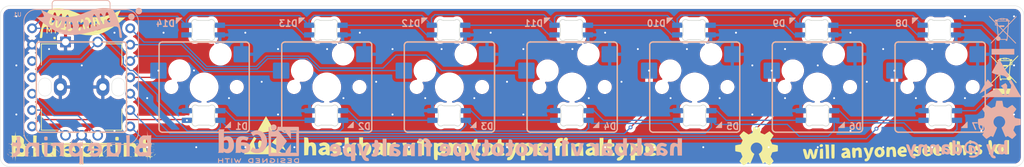
<source format=kicad_pcb>
(kicad_pcb (version 20241229) (generator "pcbnew") (generator_version "9.0")
  (layers (0 "F.Cu" signal) (2 "B.Cu" signal) (13 "F.Paste" user) (15 "B.Paste" user) (5 "F.SilkS" user "F.Silkscreen") (7 "B.SilkS" user "B.Silkscreen") (1 "F.Mask" user) (3 "B.Mask" user) (25 "Edge.Cuts" user))
  (net 0 "")
  (net 1 "+5V")
  (net 2 "Net-(D1-DOUT)")
  (net 3 "GND")
  (net 4 "IO3")
  (net 5 "Net-(D2-DOUT)")
  (net 6 "Net-(D3-DOUT)")
  (net 7 "Net-(D4-DOUT)")
  (net 8 "Net-(D5-DOUT)")
  (net 9 "Net-(D6-DOUT)")
  (net 10 "Net-(D7-DOUT)")
  (net 11 "Net-(D8-DOUT)")
  (net 12 "Net-(D10-DIN)")
  (net 13 "Net-(D10-DOUT)")
  (net 14 "Net-(D11-DOUT)")
  (net 15 "Net-(D12-DOUT)")
  (net 16 "Net-(D13-DOUT)")
  (net 18 "IO2")
  (net 19 "IO1")
  (net 20 "IO4")
  (net 21 "IO0")
  (net 22 "IO7")
  (net 23 "IO6")
  (net 24 "IO29")
  (net 25 "IO28")
  (net 26 "IO27")
  (net 27 "IO26")
  (net 28 "+3V3")
  (footprint "2_udu_lib:SK6812MINI-E_fixed" (layer "F.Cu") (at 146.635832 60.672842 180)
    (property "Reference" "D12")
    (property "Value" "SK6812")
    (fp_line (start 1.7 -0.805684) (end 1.7 0.6) (stroke (width 0.1)) (layer "Edge.Cuts"))
    (fp_line (start 0.794453 1.397158) (end -0.794451 1.397158) (stroke (width 0.1)) (layer "Edge.Cuts"))
    (fp_line (start -0.794451 -1.602841) (end 0.794454 -1.602841) (stroke (width 0.1)) (layer "Edge.Cuts"))
    (fp_line (start -1.699998 0.6) (end -1.699998 -0.805684) (stroke (width 0.1)) (layer "Edge.Cuts"))
    (fp_arc (start 1.749485 0.816878) (mid 1.712528 0.711226) (end 1.7 0.6) (stroke (width 0.1)) (layer "Edge.Cuts"))
    (fp_arc (start 1.749485 0.816877) (mid 1.638073 1.401193) (end 1.046712 1.465457) (stroke (width 0.1)) (layer "Edge.Cuts"))
    (fp_arc (start 1.7 -0.805685) (mid 1.712528 -0.91691) (end 1.749485 -1.022562) (stroke (width 0.1)) (layer "Edge.Cuts"))
    (fp_arc (start 1.046712 -1.67114) (mid 1.638072 -1.606876) (end 1.749485 -1.022562) (stroke (width 0.1)) (layer "Edge.Cuts"))
    (fp_arc (start 1.046712 -1.67114) (mid 0.925124 -1.620218) (end 0.794454 -1.602841) (stroke (width 0.1)) (layer "Edge.Cuts"))
    (fp_arc (start 0.794453 1.397158) (mid 0.925124 1.414535) (end 1.046712 1.465457) (stroke (width 0.1)) (layer "Edge.Cuts"))
    (fp_arc (start -0.794452 -1.602842) (mid -0.925122 -1.620219) (end -1.04671 -1.671141) (stroke (width 0.1)) (layer "Edge.Cuts"))
    (fp_arc (start -1.046709 1.465457) (mid -0.925121 1.414535) (end -0.794451 1.397158) (stroke (width 0.1)) (layer "Edge.Cuts"))
    (fp_arc (start -1.04671 1.465455) (mid -1.638069 1.401192) (end -1.749483 0.816878) (stroke (width 0.1)) (layer "Edge.Cuts"))
    (fp_arc (start -1.699998 0.600001) (mid -1.712526 0.711226) (end -1.749483 0.816878) (stroke (width 0.1)) (layer "Edge.Cuts"))
    (fp_arc (start -1.749483 -1.022562) (mid -1.63807 -1.606877) (end -1.04671 -1.671141) (stroke (width 0.1)) (layer "Edge.Cuts"))
    (fp_arc (start -1.749483 -1.022562) (mid -1.712526 -0.91691) (end -1.699998 -0.805684) (stroke (width 0.1)) (layer "Edge.Cuts"))
  )
  (footprint "2_udu_lib:SK6812MINI-E_fixed" (layer "F.Cu") (at 127.666668 74.147158)
    (property "Reference" "D2")
    (property "Value" "SK6812")
    (fp_line (start -1.699998 0.6) (end -1.699998 -0.805684) (stroke (width 0.1)) (layer "Edge.Cuts"))
    (fp_line (start -0.794451 -1.602841) (end 0.794454 -1.602841) (stroke (width 0.1)) (layer "Edge.Cuts"))
    (fp_line (start 0.794453 1.397158) (end -0.794451 1.397158) (stroke (width 0.1)) (layer "Edge.Cuts"))
    (fp_line (start 1.7 -0.805684) (end 1.7 0.6) (stroke (width 0.1)) (layer "Edge.Cuts"))
    (fp_arc (start -1.749483 -1.022562) (mid -1.712526 -0.91691) (end -1.699998 -0.805684) (stroke (width 0.1)) (layer "Edge.Cuts"))
    (fp_arc (start -1.749483 -1.022562) (mid -1.63807 -1.606877) (end -1.04671 -1.671141) (stroke (width 0.1)) (layer "Edge.Cuts"))
    (fp_arc (start -1.699998 0.600001) (mid -1.712526 0.711226) (end -1.749483 0.816878) (stroke (width 0.1)) (layer "Edge.Cuts"))
    (fp_arc (start -1.04671 1.465455) (mid -1.638069 1.401192) (end -1.749483 0.816878) (stroke (width 0.1)) (layer "Edge.Cuts"))
    (fp_arc (start -1.046709 1.465457) (mid -0.925121 1.414535) (end -0.794451 1.397158) (stroke (width 0.1)) (layer "Edge.Cuts"))
    (fp_arc (start -0.794452 -1.602842) (mid -0.925122 -1.620219) (end -1.04671 -1.671141) (stroke (width 0.1)) (layer "Edge.Cuts"))
    (fp_arc (start 0.794453 1.397158) (mid 0.925124 1.414535) (end 1.046712 1.465457) (stroke (width 0.1)) (layer "Edge.Cuts"))
    (fp_arc (start 1.046712 -1.67114) (mid 0.925124 -1.620218) (end 0.794454 -1.602841) (stroke (width 0.1)) (layer "Edge.Cuts"))
    (fp_arc (start 1.046712 -1.67114) (mid 1.638072 -1.606876) (end 1.749485 -1.022562) (stroke (width 0.1)) (layer "Edge.Cuts"))
    (fp_arc (start 1.7 -0.805685) (mid 1.712528 -0.91691) (end 1.749485 -1.022562) (stroke (width 0.1)) (layer "Edge.Cuts"))
    (fp_arc (start 1.749485 0.816877) (mid 1.638073 1.401193) (end 1.046712 1.465457) (stroke (width 0.1)) (layer "Edge.Cuts"))
    (fp_arc (start 1.749485 0.816878) (mid 1.712528 0.711226) (end 1.7 0.6) (stroke (width 0.1)) (layer "Edge.Cuts"))
  )
  (footprint "2_udu_lib:SK6812MINI-E_fixed" (layer "F.Cu") (at 184.744165 60.672842 180)
    (property "Reference" "D10")
    (property "Value" "SK6812")
    (fp_line (start 1.7 -0.805684) (end 1.7 0.6) (stroke (width 0.1)) (layer "Edge.Cuts"))
    (fp_line (start 0.794453 1.397158) (end -0.794451 1.397158) (stroke (width 0.1)) (layer "Edge.Cuts"))
    (fp_line (start -0.794451 -1.602841) (end 0.794454 -1.602841) (stroke (width 0.1)) (layer "Edge.Cuts"))
    (fp_line (start -1.699998 0.6) (end -1.699998 -0.805684) (stroke (width 0.1)) (layer "Edge.Cuts"))
    (fp_arc (start 1.749485 0.816878) (mid 1.712528 0.711226) (end 1.7 0.6) (stroke (width 0.1)) (layer "Edge.Cuts"))
    (fp_arc (start 1.749485 0.816877) (mid 1.638073 1.401193) (end 1.046712 1.465457) (stroke (width 0.1)) (layer "Edge.Cuts"))
    (fp_arc (start 1.7 -0.805685) (mid 1.712528 -0.91691) (end 1.749485 -1.022562) (stroke (width 0.1)) (layer "Edge.Cuts"))
    (fp_arc (start 1.046712 -1.67114) (mid 1.638072 -1.606876) (end 1.749485 -1.022562) (stroke (width 0.1)) (layer "Edge.Cuts"))
    (fp_arc (start 1.046712 -1.67114) (mid 0.925124 -1.620218) (end 0.794454 -1.602841) (stroke (width 0.1)) (layer "Edge.Cuts"))
    (fp_arc (start 0.794453 1.397158) (mid 0.925124 1.414535) (end 1.046712 1.465457) (stroke (width 0.1)) (layer "Edge.Cuts"))
    (fp_arc (start -0.794452 -1.602842) (mid -0.925122 -1.620219) (end -1.04671 -1.671141) (stroke (width 0.1)) (layer "Edge.Cuts"))
    (fp_arc (start -1.046709 1.465457) (mid -0.925121 1.414535) (end -0.794451 1.397158) (stroke (width 0.1)) (layer "Edge.Cuts"))
    (fp_arc (start -1.04671 1.465455) (mid -1.638069 1.401192) (end -1.749483 0.816878) (stroke (width 0.1)) (layer "Edge.Cuts"))
    (fp_arc (start -1.699998 0.600001) (mid -1.712526 0.711226) (end -1.749483 0.816878) (stroke (width 0.1)) (layer "Edge.Cuts"))
    (fp_arc (start -1.749483 -1.022562) (mid -1.63807 -1.606877) (end -1.04671 -1.671141) (stroke (width 0.1)) (layer "Edge.Cuts"))
    (fp_arc (start -1.749483 -1.022562) (mid -1.712526 -0.91691) (end -1.699998 -0.805684) (stroke (width 0.1)) (layer "Edge.Cuts"))
  )
  (footprint "2_udu_lib:SK6812MINI-E_fixed" (layer "F.Cu") (at 165.689999 60.672842 180)
    (property "Reference" "D11")
    (property "Value" "SK6812")
    (fp_line (start 1.7 -0.805684) (end 1.7 0.6) (stroke (width 0.1)) (layer "Edge.Cuts"))
    (fp_line (start 0.794453 1.397158) (end -0.794451 1.397158) (stroke (width 0.1)) (layer "Edge.Cuts"))
    (fp_line (start -0.794451 -1.602841) (end 0.794454 -1.602841) (stroke (width 0.1)) (layer "Edge.Cuts"))
    (fp_line (start -1.699998 0.6) (end -1.699998 -0.805684) (stroke (width 0.1)) (layer "Edge.Cuts"))
    (fp_arc (start 1.749485 0.816878) (mid 1.712528 0.711226) (end 1.7 0.6) (stroke (width 0.1)) (layer "Edge.Cuts"))
    (fp_arc (start 1.749485 0.816877) (mid 1.638073 1.401193) (end 1.046712 1.465457) (stroke (width 0.1)) (layer "Edge.Cuts"))
    (fp_arc (start 1.7 -0.805685) (mid 1.712528 -0.91691) (end 1.749485 -1.022562) (stroke (width 0.1)) (layer "Edge.Cuts"))
    (fp_arc (start 1.046712 -1.67114) (mid 1.638072 -1.606876) (end 1.749485 -1.022562) (stroke (width 0.1)) (layer "Edge.Cuts"))
    (fp_arc (start 1.046712 -1.67114) (mid 0.925124 -1.620218) (end 0.794454 -1.602841) (stroke (width 0.1)) (layer "Edge.Cuts"))
    (fp_arc (start 0.794453 1.397158) (mid 0.925124 1.414535) (end 1.046712 1.465457) (stroke (width 0.1)) (layer "Edge.Cuts"))
    (fp_arc (start -0.794452 -1.602842) (mid -0.925122 -1.620219) (end -1.04671 -1.671141) (stroke (width 0.1)) (layer "Edge.Cuts"))
    (fp_arc (start -1.046709 1.465457) (mid -0.925121 1.414535) (end -0.794451 1.397158) (stroke (width 0.1)) (layer "Edge.Cuts"))
    (fp_arc (start -1.04671 1.465455) (mid -1.638069 1.401192) (end -1.749483 0.816878) (stroke (width 0.1)) (layer "Edge.Cuts"))
    (fp_arc (start -1.699998 0.600001) (mid -1.712526 0.711226) (end -1.749483 0.816878) (stroke (width 0.1)) (layer "Edge.Cuts"))
    (fp_arc (start -1.749483 -1.022562) (mid -1.63807 -1.606877) (end -1.04671 -1.671141) (stroke (width 0.1)) (layer "Edge.Cuts"))
    (fp_arc (start -1.749483 -1.022562) (mid -1.712526 -0.91691) (end -1.699998 -0.805684) (stroke (width 0.1)) (layer "Edge.Cuts"))
  )
  (footprint "2_udu_lib:SK6812MINI-E_fixed" (layer "F.Cu") (at 127.581665 60.672842 180)
    (property "Reference" "D13")
    (property "Value" "SK6812")
    (fp_line (start 1.7 -0.805684) (end 1.7 0.6) (stroke (width 0.1)) (layer "Edge.Cuts"))
    (fp_line (start 0.794453 1.397158) (end -0.794451 1.397158) (stroke (width 0.1)) (layer "Edge.Cuts"))
    (fp_line (start -0.794451 -1.602841) (end 0.794454 -1.602841) (stroke (width 0.1)) (layer "Edge.Cuts"))
    (fp_line (start -1.699998 0.6) (end -1.699998 -0.805684) (stroke (width 0.1)) (layer "Edge.Cuts"))
    (fp_arc (start 1.749485 0.816878) (mid 1.712528 0.711226) (end 1.7 0.6) (stroke (width 0.1)) (layer "Edge.Cuts"))
    (fp_arc (start 1.749485 0.816877) (mid 1.638073 1.401193) (end 1.046712 1.465457) (stroke (width 0.1)) (layer "Edge.Cuts"))
    (fp_arc (start 1.7 -0.805685) (mid 1.712528 -0.91691) (end 1.749485 -1.022562) (stroke (width 0.1)) (layer "Edge.Cuts"))
    (fp_arc (start 1.046712 -1.67114) (mid 1.638072 -1.606876) (end 1.749485 -1.022562) (stroke (width 0.1)) (layer "Edge.Cuts"))
    (fp_arc (start 1.046712 -1.67114) (mid 0.925124 -1.620218) (end 0.794454 -1.602841) (stroke (width 0.1)) (layer "Edge.Cuts"))
    (fp_arc (start 0.794453 1.397158) (mid 0.925124 1.414535) (end 1.046712 1.465457) (stroke (width 0.1)) (layer "Edge.Cuts"))
    (fp_arc (start -0.794452 -1.602842) (mid -0.925122 -1.620219) (end -1.04671 -1.671141) (stroke (width 0.1)) (layer "Edge.Cuts"))
    (fp_arc (start -1.046709 1.465457) (mid -0.925121 1.414535) (end -0.794451 1.397158) (stroke (width 0.1)) (layer "Edge.Cuts"))
    (fp_arc (start -1.04671 1.465455) (mid -1.638069 1.401192) (end -1.749483 0.816878) (stroke (width 0.1)) (layer "Edge.Cuts"))
    (fp_arc (start -1.699998 0.600001) (mid -1.712526 0.711226) (end -1.749483 0.816878) (stroke (width 0.1)) (layer "Edge.Cuts"))
    (fp_arc (start -1.749483 -1.022562) (mid -1.63807 -1.606877) (end -1.04671 -1.671141) (stroke (width 0.1)) (layer "Edge.Cuts"))
    (fp_arc (start -1.749483 -1.022562) (mid -1.712526 -0.91691) (end -1.699998 -0.805684) (stroke (width 0.1)) (layer "Edge.Cuts"))
  )
  (footprint "2_udu_lib:SK6812MINI-E_fixed" (layer "F.Cu") (at 146.733334 74.147158)
    (property "Reference" "D3")
    (property "Value" "SK6812")
    (fp_line (start -1.699998 0.6) (end -1.699998 -0.805684) (stroke (width 0.1)) (layer "Edge.Cuts"))
    (fp_line (start -0.794451 -1.602841) (end 0.794454 -1.602841) (stroke (width 0.1)) (layer "Edge.Cuts"))
    (fp_line (start 0.794453 1.397158) (end -0.794451 1.397158) (stroke (width 0.1)) (layer "Edge.Cuts"))
    (fp_line (start 1.7 -0.805684) (end 1.7 0.6) (stroke (width 0.1)) (layer "Edge.Cuts"))
    (fp_arc (start -1.749483 -1.022562) (mid -1.712526 -0.91691) (end -1.699998 -0.805684) (stroke (width 0.1)) (layer "Edge.Cuts"))
    (fp_arc (start -1.749483 -1.022562) (mid -1.63807 -1.606877) (end -1.04671 -1.671141) (stroke (width 0.1)) (layer "Edge.Cuts"))
    (fp_arc (start -1.699998 0.600001) (mid -1.712526 0.711226) (end -1.749483 0.816878) (stroke (width 0.1)) (layer "Edge.Cuts"))
    (fp_arc (start -1.04671 1.465455) (mid -1.638069 1.401192) (end -1.749483 0.816878) (stroke (width 0.1)) (layer "Edge.Cuts"))
    (fp_arc (start -1.046709 1.465457) (mid -0.925121 1.414535) (end -0.794451 1.397158) (stroke (width 0.1)) (layer "Edge.Cuts"))
    (fp_arc (start -0.794452 -1.602842) (mid -0.925122 -1.620219) (end -1.04671 -1.671141) (stroke (width 0.1)) (layer "Edge.Cuts"))
    (fp_arc (start 0.794453 1.397158) (mid 0.925124 1.414535) (end 1.046712 1.465457) (stroke (width 0.1)) (layer "Edge.Cuts"))
    (fp_arc (start 1.046712 -1.67114) (mid 0.925124 -1.620218) (end 0.794454 -1.602841) (stroke (width 0.1)) (layer "Edge.Cuts"))
    (fp_arc (start 1.046712 -1.67114) (mid 1.638072 -1.606876) (end 1.749485 -1.022562) (stroke (width 0.1)) (layer "Edge.Cuts"))
    (fp_arc (start 1.7 -0.805685) (mid 1.712528 -0.91691) (end 1.749485 -1.022562) (stroke (width 0.1)) (layer "Edge.Cuts"))
    (fp_arc (start 1.749485 0.816877) (mid 1.638073 1.401193) (end 1.046712 1.465457) (stroke (width 0.1)) (layer "Edge.Cuts"))
    (fp_arc (start 1.749485 0.816878) (mid 1.712528 0.711226) (end 1.7 0.6) (stroke (width 0.1)) (layer "Edge.Cuts"))
  )
  (footprint "Snapeda:PEC11R-4215F-S0024_XDCR_PEC11R-4215F-S0024" (layer "F.Cu") (at 89.65 69.62)
    (property "Reference" "MT1")
    (property "Value" "PEC11R-4215F-S0024")
    (fp_line (start -6.7 0.4) (end -6.7 -0.4) (stroke (width 0.05)) (layer "Edge.Cuts"))
    (fp_line (start -4.7 -0.4) (end -4.7 0.4) (stroke (width 0.05)) (layer "Edge.Cuts"))
    (fp_line (start 4.7 0.4) (end 4.7 -0.4) (stroke (width 0.05)) (layer "Edge.Cuts"))
    (fp_line (start 6.7 -0.4) (end 6.7 0.4) (stroke (width 0.05)) (layer "Edge.Cuts"))
    (fp_arc (start -6.7 -0.4) (mid -6.407107 -1.107107) (end -5.7 -1.4) (stroke (width 0.05)) (layer "Edge.Cuts"))
    (fp_arc (start -5.7 -1.4) (mid -4.992893 -1.107107) (end -4.7 -0.4) (stroke (width 0.05)) (layer "Edge.Cuts"))
    (fp_arc (start -5.7 1.4) (mid -6.407107 1.107107) (end -6.7 0.4) (stroke (width 0.05)) (layer "Edge.Cuts"))
    (fp_arc (start -4.7 0.4) (mid -4.992893 1.107107) (end -5.7 1.4) (stroke (width 0.05)) (layer "Edge.Cuts"))
    (fp_arc (start 4.7 -0.4) (mid 4.992893 -1.107107) (end 5.7 -1.4) (stroke (width 0.05)) (layer "Edge.Cuts"))
    (fp_arc (start 5.7 -1.4) (mid 6.407107 -1.107107) (end 6.7 -0.4) (stroke (width 0.05)) (layer "Edge.Cuts"))
    (fp_arc (start 5.7 1.4) (mid 4.992893 1.107107) (end 4.7 0.4) (stroke (width 0.05)) (layer "Edge.Cuts"))
    (fp_arc (start 6.7 0.4) (mid 6.407107 1.107107) (end 5.7 1.4) (stroke (width 0.05)) (layer "Edge.Cuts"))
  )
  (footprint "2_udu_lib:SK6812MINI-E_fixed" (layer "F.Cu") (at 108.527498 60.672842 180)
    (property "Reference" "D14")
    (property "Value" "SK6812")
    (fp_line (start 1.7 -0.805684) (end 1.7 0.6) (stroke (width 0.1)) (layer "Edge.Cuts"))
    (fp_line (start 0.794453 1.397158) (end -0.794451 1.397158) (stroke (width 0.1)) (layer "Edge.Cuts"))
    (fp_line (start -0.794451 -1.602841) (end 0.794454 -1.602841) (stroke (width 0.1)) (layer "Edge.Cuts"))
    (fp_line (start -1.699998 0.6) (end -1.699998 -0.805684) (stroke (width 0.1)) (layer "Edge.Cuts"))
    (fp_arc (start 1.749485 0.816878) (mid 1.712528 0.711226) (end 1.7 0.6) (stroke (width 0.1)) (layer "Edge.Cuts"))
    (fp_arc (start 1.749485 0.816877) (mid 1.638073 1.401193) (end 1.046712 1.465457) (stroke (width 0.1)) (layer "Edge.Cuts"))
    (fp_arc (start 1.7 -0.805685) (mid 1.712528 -0.91691) (end 1.749485 -1.022562) (stroke (width 0.1)) (layer "Edge.Cuts"))
    (fp_arc (start 1.046712 -1.67114) (mid 1.638072 -1.606876) (end 1.749485 -1.022562) (stroke (width 0.1)) (layer "Edge.Cuts"))
    (fp_arc (start 1.046712 -1.67114) (mid 0.925124 -1.620218) (end 0.794454 -1.602841) (stroke (width 0.1)) (layer "Edge.Cuts"))
    (fp_arc (start 0.794453 1.397158) (mid 0.925124 1.414535) (end 1.046712 1.465457) (stroke (width 0.1)) (layer "Edge.Cuts"))
    (fp_arc (start -0.794452 -1.602842) (mid -0.925122 -1.620219) (end -1.04671 -1.671141) (stroke (width 0.1)) (layer "Edge.Cuts"))
    (fp_arc (start -1.046709 1.465457) (mid -0.925121 1.414535) (end -0.794451 1.397158) (stroke (width 0.1)) (layer "Edge.Cuts"))
    (fp_arc (start -1.04671 1.465455) (mid -1.638069 1.401192) (end -1.749483 0.816878) (stroke (width 0.1)) (layer "Edge.Cuts"))
    (fp_arc (start -1.699998 0.600001) (mid -1.712526 0.711226) (end -1.749483 0.816878) (stroke (width 0.1)) (layer "Edge.Cuts"))
    (fp_arc (start -1.749483 -1.022562) (mid -1.63807 -1.606877) (end -1.04671 -1.671141) (stroke (width 0.1)) (layer "Edge.Cuts"))
    (fp_arc (start -1.749483 -1.022562) (mid -1.712526 -0.91691) (end -1.699998 -0.805684) (stroke (width 0.1)) (layer "Edge.Cuts"))
  )
  (footprint "Symbol:OSHW-Symbol_6.7x6mm_SilkScreen" (layer "F.Cu") (at 194.46 78.83)
    (property "Reference" "REF**" (hide yes))
    (property "Value" "OSHW-Symbol_6.7x6mm_SilkScreen" (hide yes))
  )
  (footprint "2_udu_lib:SK6812MINI-E_fixed" (layer "F.Cu") (at 108.600001 74.147158)
    (property "Reference" "D1")
    (property "Value" "SK6812")
    (fp_line (start -1.699998 0.6) (end -1.699998 -0.805684) (stroke (width 0.1)) (layer "Edge.Cuts"))
    (fp_line (start -0.794451 -1.602841) (end 0.794454 -1.602841) (stroke (width 0.1)) (layer "Edge.Cuts"))
    (fp_line (start 0.794453 1.397158) (end -0.794451 1.397158) (stroke (width 0.1)) (layer "Edge.Cuts"))
    (fp_line (start 1.7 -0.805684) (end 1.7 0.6) (stroke (width 0.1)) (layer "Edge.Cuts"))
    (fp_arc (start -1.749483 -1.022562) (mid -1.712526 -0.91691) (end -1.699998 -0.805684) (stroke (width 0.1)) (layer "Edge.Cuts"))
    (fp_arc (start -1.749483 -1.022562) (mid -1.63807 -1.606877) (end -1.04671 -1.671141) (stroke (width 0.1)) (layer "Edge.Cuts"))
    (fp_arc (start -1.699998 0.600001) (mid -1.712526 0.711226) (end -1.749483 0.816878) (stroke (width 0.1)) (layer "Edge.Cuts"))
    (fp_arc (start -1.04671 1.465455) (mid -1.638069 1.401192) (end -1.749483 0.816878) (stroke (width 0.1)) (layer "Edge.Cuts"))
    (fp_arc (start -1.046709 1.465457) (mid -0.925121 1.414535) (end -0.794451 1.397158) (stroke (width 0.1)) (layer "Edge.Cuts"))
    (fp_arc (start -0.794452 -1.602842) (mid -0.925122 -1.620219) (end -1.04671 -1.671141) (stroke (width 0.1)) (layer "Edge.Cuts"))
    (fp_arc (start 0.794453 1.397158) (mid 0.925124 1.414535) (end 1.046712 1.465457) (stroke (width 0.1)) (layer "Edge.Cuts"))
    (fp_arc (start 1.046712 -1.67114) (mid 0.925124 -1.620218) (end 0.794454 -1.602841) (stroke (width 0.1)) (layer "Edge.Cuts"))
    (fp_arc (start 1.046712 -1.67114) (mid 1.638072 -1.606876) (end 1.749485 -1.022562) (stroke (width 0.1)) (layer "Edge.Cuts"))
    (fp_arc (start 1.7 -0.805685) (mid 1.712528 -0.91691) (end 1.749485 -1.022562) (stroke (width 0.1)) (layer "Edge.Cuts"))
    (fp_arc (start 1.749485 0.816877) (mid 1.638073 1.401193) (end 1.046712 1.465457) (stroke (width 0.1)) (layer "Edge.Cuts"))
    (fp_arc (start 1.749485 0.816878) (mid 1.712528 0.711226) (end 1.7 0.6) (stroke (width 0.1)) (layer "Edge.Cuts"))
  )
  (footprint "2_udu_lib:SK6812MINI-E_fixed" (layer "F.Cu") (at 203.933334 74.147158)
    (property "Reference" "D6")
    (property "Value" "SK6812")
    (fp_line (start -1.699998 0.6) (end -1.699998 -0.805684) (stroke (width 0.1)) (layer "Edge.Cuts"))
    (fp_line (start -0.794451 -1.602841) (end 0.794454 -1.602841) (stroke (width 0.1)) (layer "Edge.Cuts"))
    (fp_line (start 0.794453 1.397158) (end -0.794451 1.397158) (stroke (width 0.1)) (layer "Edge.Cuts"))
    (fp_line (start 1.7 -0.805684) (end 1.7 0.6) (stroke (width 0.1)) (layer "Edge.Cuts"))
    (fp_arc (start -1.749483 -1.022562) (mid -1.712526 -0.91691) (end -1.699998 -0.805684) (stroke (width 0.1)) (layer "Edge.Cuts"))
    (fp_arc (start -1.749483 -1.022562) (mid -1.63807 -1.606877) (end -1.04671 -1.671141) (stroke (width 0.1)) (layer "Edge.Cuts"))
    (fp_arc (start -1.699998 0.600001) (mid -1.712526 0.711226) (end -1.749483 0.816878) (stroke (width 0.1)) (layer "Edge.Cuts"))
    (fp_arc (start -1.04671 1.465455) (mid -1.638069 1.401192) (end -1.749483 0.816878) (stroke (width 0.1)) (layer "Edge.Cuts"))
    (fp_arc (start -1.046709 1.465457) (mid -0.925121 1.414535) (end -0.794451 1.397158) (stroke (width 0.1)) (layer "Edge.Cuts"))
    (fp_arc (start -0.794452 -1.602842) (mid -0.925122 -1.620219) (end -1.04671 -1.671141) (stroke (width 0.1)) (layer "Edge.Cuts"))
    (fp_arc (start 0.794453 1.397158) (mid 0.925124 1.414535) (end 1.046712 1.465457) (stroke (width 0.1)) (layer "Edge.Cuts"))
    (fp_arc (start 1.046712 -1.67114) (mid 0.925124 -1.620218) (end 0.794454 -1.602841) (stroke (width 0.1)) (layer "Edge.Cuts"))
    (fp_arc (start 1.046712 -1.67114) (mid 1.638072 -1.606876) (end 1.749485 -1.022562) (stroke (width 0.1)) (layer "Edge.Cuts"))
    (fp_arc (start 1.7 -0.805685) (mid 1.712528 -0.91691) (end 1.749485 -1.022562) (stroke (width 0.1)) (layer "Edge.Cuts"))
    (fp_arc (start 1.749485 0.816877) (mid 1.638073 1.401193) (end 1.046712 1.465457) (stroke (width 0.1)) (layer "Edge.Cuts"))
    (fp_arc (start 1.749485 0.816878) (mid 1.712528 0.711226) (end 1.7 0.6) (stroke (width 0.1)) (layer "Edge.Cuts"))
  )
  (footprint "2_udu_lib:SK6812MINI-E_fixed" (layer "F.Cu") (at 203.798332 60.672842 180)
    (property "Reference" "D9")
    (property "Value" "SK6812")
    (fp_line (start 1.7 -0.805684) (end 1.7 0.6) (stroke (width 0.1)) (layer "Edge.Cuts"))
    (fp_line (start 0.794453 1.397158) (end -0.794451 1.397158) (stroke (width 0.1)) (layer "Edge.Cuts"))
    (fp_line (start -0.794451 -1.602841) (end 0.794454 -1.602841) (stroke (width 0.1)) (layer "Edge.Cuts"))
    (fp_line (start -1.699998 0.6) (end -1.699998 -0.805684) (stroke (width 0.1)) (layer "Edge.Cuts"))
    (fp_arc (start 1.749485 0.816878) (mid 1.712528 0.711226) (end 1.7 0.6) (stroke (width 0.1)) (layer "Edge.Cuts"))
    (fp_arc (start 1.749485 0.816877) (mid 1.638073 1.401193) (end 1.046712 1.465457) (stroke (width 0.1)) (layer "Edge.Cuts"))
    (fp_arc (start 1.7 -0.805685) (mid 1.712528 -0.91691) (end 1.749485 -1.022562) (stroke (width 0.1)) (layer "Edge.Cuts"))
    (fp_arc (start 1.046712 -1.67114) (mid 1.638072 -1.606876) (end 1.749485 -1.022562) (stroke (width 0.1)) (layer "Edge.Cuts"))
    (fp_arc (start 1.046712 -1.67114) (mid 0.925124 -1.620218) (end 0.794454 -1.602841) (stroke (width 0.1)) (layer "Edge.Cuts"))
    (fp_arc (start 0.794453 1.397158) (mid 0.925124 1.414535) (end 1.046712 1.465457) (stroke (width 0.1)) (layer "Edge.Cuts"))
    (fp_arc (start -0.794452 -1.602842) (mid -0.925122 -1.620219) (end -1.04671 -1.671141) (stroke (width 0.1)) (layer "Edge.Cuts"))
    (fp_arc (start -1.046709 1.465457) (mid -0.925121 1.414535) (end -0.794451 1.397158) (stroke (width 0.1)) (layer "Edge.Cuts"))
    (fp_arc (start -1.04671 1.465455) (mid -1.638069 1.401192) (end -1.749483 0.816878) (stroke (width 0.1)) (layer "Edge.Cuts"))
    (fp_arc (start -1.699998 0.600001) (mid -1.712526 0.711226) (end -1.749483 0.816878) (stroke (width 0.1)) (layer "Edge.Cuts"))
    (fp_arc (start -1.749483 -1.022562) (mid -1.63807 -1.606877) (end -1.04671 -1.671141) (stroke (width 0.1)) (layer "Edge.Cuts"))
    (fp_arc (start -1.749483 -1.022562) (mid -1.712526 -0.91691) (end -1.699998 -0.805684) (stroke (width 0.1)) (layer "Edge.Cuts"))
  )
  (footprint "1_udu_lib:hackbar_front" (layer "F.Cu") (at 156.763167 69.3944)
    (property "Reference" "G***" (hide yes))
    (property "Value" "LOGO" (hide yes))
  )
  (footprint "2_udu_lib:SK6812MINI-E_fixed" (layer "F.Cu") (at 223.000001 74.147158)
    (property "Reference" "D7")
    (property "Value" "SK6812")
    (fp_line (start -1.699998 0.6) (end -1.699998 -0.805684) (stroke (width 0.1)) (layer "Edge.Cuts"))
    (fp_line (start -0.794451 -1.602841) (end 0.794454 -1.602841) (stroke (width 0.1)) (layer "Edge.Cuts"))
    (fp_line (start 0.794453 1.397158) (end -0.794451 1.397158) (stroke (width 0.1)) (layer "Edge.Cuts"))
    (fp_line (start 1.7 -0.805684) (end 1.7 0.6) (stroke (width 0.1)) (layer "Edge.Cuts"))
    (fp_arc (start -1.749483 -1.022562) (mid -1.712526 -0.91691) (end -1.699998 -0.805684) (stroke (width 0.1)) (layer "Edge.Cuts"))
    (fp_arc (start -1.749483 -1.022562) (mid -1.63807 -1.606877) (end -1.04671 -1.671141) (stroke (width 0.1)) (layer "Edge.Cuts"))
    (fp_arc (start -1.699998 0.600001) (mid -1.712526 0.711226) (end -1.749483 0.816878) (stroke (width 0.1)) (layer "Edge.Cuts"))
    (fp_arc (start -1.04671 1.465455) (mid -1.638069 1.401192) (end -1.749483 0.816878) (stroke (width 0.1)) (layer "Edge.Cuts"))
    (fp_arc (start -1.046709 1.465457) (mid -0.925121 1.414535) (end -0.794451 1.397158) (stroke (width 0.1)) (layer "Edge.Cuts"))
    (fp_arc (start -0.794452 -1.602842) (mid -0.925122 -1.620219) (end -1.04671 -1.671141) (stroke (width 0.1)) (layer "Edge.Cuts"))
    (fp_arc (start 0.794453 1.397158) (mid 0.925124 1.414535) (end 1.046712 1.465457) (stroke (width 0.1)) (layer "Edge.Cuts"))
    (fp_arc (start 1.046712 -1.67114) (mid 0.925124 -1.620218) (end 0.794454 -1.602841) (stroke (width 0.1)) (layer "Edge.Cuts"))
    (fp_arc (start 1.046712 -1.67114) (mid 1.638072 -1.606876) (end 1.749485 -1.022562) (stroke (width 0.1)) (layer "Edge.Cuts"))
    (fp_arc (start 1.7 -0.805685) (mid 1.712528 -0.91691) (end 1.749485 -1.022562) (stroke (width 0.1)) (layer "Edge.Cuts"))
    (fp_arc (start 1.749485 0.816877) (mid 1.638073 1.401193) (end 1.046712 1.465457) (stroke (width 0.1)) (layer "Edge.Cuts"))
    (fp_arc (start 1.749485 0.816878) (mid 1.712528 0.711226) (end 1.7 0.6) (stroke (width 0.1)) (layer "Edge.Cuts"))
  )
  (footprint "2_udu_lib:SK6812MINI-E_fixed" (layer "F.Cu") (at 184.866668 74.147158)
    (property "Reference" "D5")
    (property "Value" "SK6812")
    (fp_line (start -1.699998 0.6) (end -1.699998 -0.805684) (stroke (width 0.1)) (layer "Edge.Cuts"))
    (fp_line (start -0.794451 -1.602841) (end 0.794454 -1.602841) (stroke (width 0.1)) (layer "Edge.Cuts"))
    (fp_line (start 0.794453 1.397158) (end -0.794451 1.397158) (stroke (width 0.1)) (layer "Edge.Cuts"))
    (fp_line (start 1.7 -0.805684) (end 1.7 0.6) (stroke (width 0.1)) (layer "Edge.Cuts"))
    (fp_arc (start -1.749483 -1.022562) (mid -1.712526 -0.91691) (end -1.699998 -0.805684) (stroke (width 0.1)) (layer "Edge.Cuts"))
    (fp_arc (start -1.749483 -1.022562) (mid -1.63807 -1.606877) (end -1.04671 -1.671141) (stroke (width 0.1)) (layer "Edge.Cuts"))
    (fp_arc (start -1.699998 0.600001) (mid -1.712526 0.711226) (end -1.749483 0.816878) (stroke (width 0.1)) (layer "Edge.Cuts"))
    (fp_arc (start -1.04671 1.465455) (mid -1.638069 1.401192) (end -1.749483 0.816878) (stroke (width 0.1)) (layer "Edge.Cuts"))
    (fp_arc (start -1.046709 1.465457) (mid -0.925121 1.414535) (end -0.794451 1.397158) (stroke (width 0.1)) (layer "Edge.Cuts"))
    (fp_arc (start -0.794452 -1.602842) (mid -0.925122 -1.620219) (end -1.04671 -1.671141) (stroke (width 0.1)) (layer "Edge.Cuts"))
    (fp_arc (start 0.794453 1.397158) (mid 0.925124 1.414535) (end 1.046712 1.465457) (stroke (width 0.1)) (layer "Edge.Cuts"))
    (fp_arc (start 1.046712 -1.67114) (mid 0.925124 -1.620218) (end 0.794454 -1.602841) (stroke (width 0.1)) (layer "Edge.Cuts"))
    (fp_arc (start 1.046712 -1.67114) (mid 1.638072 -1.606876) (end 1.749485 -1.022562) (stroke (width 0.1)) (layer "Edge.Cuts"))
    (fp_arc (start 1.7 -0.805685) (mid 1.712528 -0.91691) (end 1.749485 -1.022562) (stroke (width 0.1)) (layer "Edge.Cuts"))
    (fp_arc (start 1.749485 0.816877) (mid 1.638073 1.401193) (end 1.046712 1.465457) (stroke (width 0.1)) (layer "Edge.Cuts"))
    (fp_arc (start 1.749485 0.816878) (mid 1.712528 0.711226) (end 1.7 0.6) (stroke (width 0.1)) (layer "Edge.Cuts"))
  )
  (footprint "2_udu_lib:SK6812MINI-E_fixed" (layer "F.Cu") (at 165.800001 74.147158)
    (property "Reference" "D4")
    (property "Value" "SK6812")
    (fp_line (start -1.699998 0.6) (end -1.699998 -0.805684) (stroke (width 0.1)) (layer "Edge.Cuts"))
    (fp_line (start -0.794451 -1.602841) (end 0.794454 -1.602841) (stroke (width 0.1)) (layer "Edge.Cuts"))
    (fp_line (start 0.794453 1.397158) (end -0.794451 1.397158) (stroke (width 0.1)) (layer "Edge.Cuts"))
    (fp_line (start 1.7 -0.805684) (end 1.7 0.6) (stroke (width 0.1)) (layer "Edge.Cuts"))
    (fp_arc (start -1.749483 -1.022562) (mid -1.712526 -0.91691) (end -1.699998 -0.805684) (stroke (width 0.1)) (layer "Edge.Cuts"))
    (fp_arc (start -1.749483 -1.022562) (mid -1.63807 -1.606877) (end -1.04671 -1.671141) (stroke (width 0.1)) (layer "Edge.Cuts"))
    (fp_arc (start -1.699998 0.600001) (mid -1.712526 0.711226) (end -1.749483 0.816878) (stroke (width 0.1)) (layer "Edge.Cuts"))
    (fp_arc (start -1.04671 1.465455) (mid -1.638069 1.401192) (end -1.749483 0.816878) (stroke (width 0.1)) (layer "Edge.Cuts"))
    (fp_arc (start -1.046709 1.465457) (mid -0.925121 1.414535) (end -0.794451 1.397158) (stroke (width 0.1)) (layer "Edge.Cuts"))
    (fp_arc (start -0.794452 -1.602842) (mid -0.925122 -1.620219) (end -1.04671 -1.671141) (stroke (width 0.1)) (layer "Edge.Cuts"))
    (fp_arc (start 0.794453 1.397158) (mid 0.925124 1.414535) (end 1.046712 1.465457) (stroke (width 0.1)) (layer "Edge.Cuts"))
    (fp_arc (start 1.046712 -1.67114) (mid 0.925124 -1.620218) (end 0.794454 -1.602841) (stroke (width 0.1)) (layer "Edge.Cuts"))
    (fp_arc (start 1.046712 -1.67114) (mid 1.638072 -1.606876) (end 1.749485 -1.022562) (stroke (width 0.1)) (layer "Edge.Cuts"))
    (fp_arc (start 1.7 -0.805685) (mid 1.712528 -0.91691) (end 1.749485 -1.022562) (stroke (width 0.1)) (layer "Edge.Cuts"))
    (fp_arc (start 1.749485 0.816877) (mid 1.638073 1.401193) (end 1.046712 1.465457) (stroke (width 0.1)) (layer "Edge.Cuts"))
    (fp_arc (start 1.749485 0.816878) (mid 1.712528 0.711226) (end 1.7 0.6) (stroke (width 0.1)) (layer "Edge.Cuts"))
  )
  (footprint "Symbol:ESD-Logo_6.6x6mm_SilkScreen" (layer "F.Cu") (at 118.12824 77.094512)
    (property "Reference" "REF**" (hide yes))
    (property "Value" "ESD-Logo_6.6x6mm_SilkScreen" (hide yes))
  )
  (footprint "Symbol:WEEE-Logo_4.2x6mm_SilkScreen" (layer "F.Cu") (at 232.97 67.71)
    (property "Reference" "REF**" (hide yes))
    (property "Value" "WEEE-Logo_4.2x6mm_SilkScreen" (hide yes))
  )
  (footprint "2_udu_lib:SK6812MINI-E_fixed" (layer "F.Cu") (at 222.852499 60.672842 180)
    (property "Reference" "D8")
    (property "Value" "SK6812")
    (fp_line (start 1.7 -0.805684) (end 1.7 0.6) (stroke (width 0.1)) (layer "Edge.Cuts"))
    (fp_line (start 0.794453 1.397158) (end -0.794451 1.397158) (stroke (width 0.1)) (layer "Edge.Cuts"))
    (fp_line (start -0.794451 -1.602841) (end 0.794454 -1.602841) (stroke (width 0.1)) (layer "Edge.Cuts"))
    (fp_line (start -1.699998 0.6) (end -1.699998 -0.805684) (stroke (width 0.1)) (layer "Edge.Cuts"))
    (fp_arc (start 1.749485 0.816878) (mid 1.712528 0.711226) (end 1.7 0.6) (stroke (width 0.1)) (layer "Edge.Cuts"))
    (fp_arc (start 1.749485 0.816877) (mid 1.638073 1.401193) (end 1.046712 1.465457) (stroke (width 0.1)) (layer "Edge.Cuts"))
    (fp_arc (start 1.7 -0.805685) (mid 1.712528 -0.91691) (end 1.749485 -1.022562) (stroke (width 0.1)) (layer "Edge.Cuts"))
    (fp_arc (start 1.046712 -1.67114) (mid 1.638072 -1.606876) (end 1.749485 -1.022562) (stroke (width 0.1)) (layer "Edge.Cuts"))
    (fp_arc (start 1.046712 -1.67114) (mid 0.925124 -1.620218) (end 0.794454 -1.602841) (stroke (width 0.1)) (layer "Edge.Cuts"))
    (fp_arc (start 0.794453 1.397158) (mid 0.925124 1.414535) (end 1.046712 1.465457) (stroke (width 0.1)) (layer "Edge.Cuts"))
    (fp_arc (start -0.794452 -1.602842) (mid -0.925122 -1.620219) (end -1.04671 -1.671141) (stroke (width 0.1)) (layer "Edge.Cuts"))
    (fp_arc (start -1.046709 1.465457) (mid -0.925121 1.414535) (end -0.794451 1.397158) (stroke (width 0.1)) (layer "Edge.Cuts"))
    (fp_arc (start -1.04671 1.465455) (mid -1.638069 1.401192) (end -1.749483 0.816878) (stroke (width 0.1)) (layer "Edge.Cuts"))
    (fp_arc (start -1.699998 0.600001) (mid -1.712526 0.711226) (end -1.749483 0.816878) (stroke (width 0.1)) (layer "Edge.Cuts"))
    (fp_arc (start -1.749483 -1.022562) (mid -1.63807 -1.606877) (end -1.04671 -1.671141) (stroke (width 0.1)) (layer "Edge.Cuts"))
    (fp_arc (start -1.749483 -1.022562) (mid -1.712526 -0.91691) (end -1.699998 -0.805684) (stroke (width 0.1)) (layer "Edge.Cuts"))
  )
  (footprint "mxfoot:MX-Hotswap-1U" (layer "B.Cu") (at 222.96 69.61 180)
    (property "Reference" "SW7")
    (property "Value" "SW_Push")
  )
  (footprint "mxfoot:MX-Hotswap-1U" (layer "B.Cu") (at 203.911667 69.61 180)
    (property "Reference" "SW6")
    (property "Value" "SW_Push")
  )
  (footprint "Symbol:OSHW-Symbol_6.7x6mm_SilkScreen" (layer "B.Cu") (at 232.179251 74.733905 180)
    (property "Reference" "REF**" (hide yes))
    (property "Value" "OSHW-Symbol_6.7x6mm_SilkScreen" (hide yes))
  )
  (footprint "mxfoot:MX-Hotswap-1U" (layer "B.Cu") (at 146.766667 69.61 180)
    (property "Reference" "SW3")
    (property "Value" "SW_Push")
  )
  (footprint "Symbol:KiCad-Logo2_5mm_SilkScreen" (layer "B.Cu") (at 117.13 78.41 180)
    (property "Reference" "REF**" (hide yes))
    (property "Value" "KiCad-Logo2_5mm_SilkScreen" (hide yes))
  )
  (footprint "mxfoot:MX-Hotswap-1U" (layer "B.Cu") (at 165.815 69.61 180)
    (property "Reference" "SW4")
    (property "Value" "SW_Push")
  )
  (footprint "mxfoot:MX-Hotswap-1U" (layer "B.Cu") (at 184.863333 69.61 180)
    (property "Reference" "SW5")
    (property "Value" "SW_Push")
  )
  (footprint "mxfoot:MX-Hotswap-1U" (layer "B.Cu") (at 108.67 69.61 180)
    (property "Reference" "SW1")
    (property "Value" "SW_Push")
  )
  (footprint "mxfoot:MX-Hotswap-1U" (layer "B.Cu") (at 127.718333 69.61 180)
    (property "Reference" "SW2")
    (property "Value" "SW_Push")
  )
  (footprint "Symbol:WEEE-Logo_4.2x6mm_SilkScreen" (layer "B.Cu") (at 232.72 61.56 180)
    (property "Reference" "REF**" (hide yes))
    (property "Value" "WEEE-Logo_4.2x6mm_SilkScreen" (hide yes))
  )
  (footprint "1_udu_lib:hackbar_back" (layer "B.Cu") (at 156.259956 69.3544 180)
    (property "Reference" "G***" (hide yes))
    (property "Value" "LOGO" (hide yes))
  )
  (footprint "Symbol:ESD-Logo_6.6x6mm_SilkScreen" (layer "B.Cu") (at 232.321761 68.234512 180)
    (property "Reference" "REF**" (hide yes))
    (property "Value" "ESD-Logo_6.6x6mm_SilkScreen" (hide yes))
  )
  (footprint "1_udu_lib:XIAO-RP2040-DIP" (layer "B.Cu") (at 89.58 68.12 180)
    (property "Reference" "U1")
    (property "Value" "XIAO-RP2040-SMD")
  )
  (gr_arc (start 172.825 76.125) (mid 172.678553 76.478553) (end 172.325 76.625) (stroke (width 0.2)) (layer "F.SilkS"))
  (gr_line (start 83.125 62.625) (end 96.125 62.625) (stroke (width 0.2)) (layer "F.SilkS"))
  (gr_line (start 82.625 63.125) (end 82.625 76.125) (stroke (width 0.2)) (layer "F.SilkS"))
  (gr_arc (start 210.425 62.625) (mid 210.778553 62.771447) (end 210.925 63.125) (stroke (width 0.2)) (layer "F.SilkS"))
  (gr_arc (start 96.125 62.625) (mid 96.478553 62.771447) (end 96.625 63.125) (stroke (width 0.2)) (layer "F.SilkS"))
  (gr_line (start 120.725 63.125) (end 120.725 76.125) (stroke (width 0.2)) (layer "F.SilkS"))
  (gr_line (start 121.225 62.625) (end 134.225 62.625) (stroke (width 0.2)) (layer "F.SilkS"))
  (gr_line (start 216.475 76.625) (end 229.475 76.625) (stroke (width 0.2)) (layer "F.SilkS"))
  (gr_arc (start 196.925 63.125) (mid 197.071447 62.771447) (end 197.425 62.625) (stroke (width 0.2)) (layer "F.SilkS"))
  (gr_arc (start 134.225 62.625) (mid 134.578553 62.771447) (end 134.725 63.125) (stroke (width 0.2)) (layer "F.SilkS"))
  (gr_line (start 102.175 76.625) (end 115.175 76.625) (stroke (width 0.2)) (layer "F.SilkS"))
  (gr_arc (start 101.675 63.125) (mid 101.821447 62.771447) (end 102.175 62.625) (stroke (width 0.2)) (layer "F.SilkS"))
  (gr_line (start 140.275 62.625) (end 153.275 62.625) (stroke (width 0.2)) (layer "F.SilkS"))
  (gr_arc (start 159.325 76.625) (mid 158.971447 76.478553) (end 158.825 76.125) (stroke (width 0.2)) (layer "F.SilkS"))
  (gr_arc (start 215.975 63.125) (mid 216.121447 62.771447) (end 216.475 62.625) (stroke (width 0.2)) (layer "F.SilkS"))
  (gr_line (start 101.675 63.125) (end 101.675 76.125) (stroke (width 0.2)) (layer "F.SilkS"))
  (gr_arc (start 177.875 63.125) (mid 178.021447 62.771447) (end 178.375 62.625) (stroke (width 0.2)) (layer "F.SilkS"))
  (gr_arc (start 115.675 76.125) (mid 115.528553 76.478553) (end 115.175 76.625) (stroke (width 0.2)) (layer "F.SilkS"))
  (gr_line (start 210.925 63.125) (end 210.925 76.125) (stroke (width 0.2)) (layer "F.SilkS"))
  (gr_arc (start 102.175 76.625) (mid 101.821447 76.478553) (end 101.675 76.125) (stroke (width 0.2)) (layer "F.SilkS"))
  (gr_line (start 229.975 63.125) (end 229.975 76.125) (stroke (width 0.2)) (layer "F.SilkS"))
  (gr_line (start 191.875 63.125) (end 191.875 76.125) (stroke (width 0.2)) (layer "F.SilkS"))
  (gr_arc (start 210.925 76.125) (mid 210.778553 76.478553) (end 210.425 76.625) (stroke (width 0.2)) (layer "F.SilkS"))
  (gr_arc (start 191.875 76.125) (mid 191.728553 76.478553) (end 191.375 76.625) (stroke (width 0.2)) (layer "F.SilkS"))
  (gr_line (start 172.825 63.125) (end 172.825 76.125) (stroke (width 0.2)) (layer "F.SilkS"))
  (gr_line (start 121.225 76.625) (end 134.225 76.625) (stroke (width 0.2)) (layer "F.SilkS"))
  (gr_arc (start 153.275 62.625) (mid 153.628553 62.771447) (end 153.775 63.125) (stroke (width 0.2)) (layer "F.SilkS"))
  (gr_arc (start 197.425 76.625) (mid 197.071447 76.478553) (end 196.925 76.125) (stroke (width 0.2)) (layer "F.SilkS"))
  (gr_arc (start 134.725 76.125) (mid 134.578553 76.478553) (end 134.225 76.625) (stroke (width 0.2)) (layer "F.SilkS"))
  (gr_line (start 178.375 62.625) (end 191.375 62.625) (stroke (width 0.2)) (layer "F.SilkS"))
  (gr_arc (start 115.175 62.625) (mid 115.528553 62.771447) (end 115.675 63.125) (stroke (width 0.2)) (layer "F.SilkS"))
  (gr_arc (start 216.475 76.625) (mid 216.121447 76.478553) (end 215.975 76.125) (stroke (width 0.2)) (layer "F.SilkS"))
  (gr_arc (start 120.725 63.125) (mid 120.871447 62.771447) (end 121.225 62.625) (stroke (width 0.2)) (layer "F.SilkS"))
  (gr_line (start 215.975 63.125) (end 215.975 76.125) (stroke (width 0.2)) (layer "F.SilkS"))
  (gr_arc (start 96.625 76.125) (mid 96.478553 76.478553) (end 96.125 76.625) (stroke (width 0.2)) (layer "F.SilkS"))
  (gr_line (start 177.875 63.125) (end 177.875 76.125) (stroke (width 0.2)) (layer "F.SilkS"))
  (gr_line (start 83.125 76.625) (end 96.125 76.625) (stroke (width 0.2)) (layer "F.SilkS"))
  (gr_arc (start 172.325 62.625) (mid 172.678553 62.771447) (end 172.825 63.125) (stroke (width 0.2)) (layer "F.SilkS"))
  (gr_arc (start 121.225 76.625) (mid 120.871447 76.478553) (end 120.725 76.125) (stroke (width 0.2)) (layer "F.SilkS"))
  (gr_line (start 158.825 63.125) (end 158.825 76.125) (stroke (width 0.2)) (layer "F.SilkS"))
  (gr_arc (start 83.125 76.625) (mid 82.771447 76.478553) (end 82.625 76.125) (stroke (width 0.2)) (layer "F.SilkS"))
  (gr_arc (start 140.275 76.625) (mid 139.921447 76.478553) (end 139.775 76.125) (stroke (width 0.2)) (layer "F.SilkS"))
  (gr_arc (start 158.825 63.125) (mid 158.971447 62.771447) (end 159.325 62.625) (stroke (width 0.2)) (layer "F.SilkS"))
  (gr_arc (start 139.775 63.125) (mid 139.921447 62.771447) (end 140.275 62.625) (stroke (width 0.2)) (layer "F.SilkS"))
  (gr_arc (start 191.375 62.625) (mid 191.728553 62.771447) (end 191.875 63.125) (stroke (width 0.2)) (layer "F.SilkS"))
  (gr_line (start 196.925 63.125) (end 196.925 76.125) (stroke (width 0.2)) (layer "F.SilkS"))
  (gr_arc (start 178.375 76.625) (mid 178.021447 76.478553) (end 177.875 76.125) (stroke (width 0.2)) (layer "F.SilkS"))
  (gr_line (start 115.675 63.125) (end 115.675 76.125) (stroke (width 0.2)) (layer "F.SilkS"))
  (gr_line (start 159.325 62.625) (end 172.325 62.625) (stroke (width 0.2)) (layer "F.SilkS"))
  (gr_line (start 134.725 63.125) (end 134.725 76.125) (stroke (width 0.2)) (layer "F.SilkS"))
  (gr_line (start 197.425 76.625) (end 210.425 76.625) (stroke (width 0.2)) (layer "F.SilkS"))
  (gr_arc (start 153.775 76.125) (mid 153.628553 76.478553) (end 153.275 76.625) (stroke (width 0.2)) (layer "F.SilkS"))
  (gr_arc (start 229.475 62.625) (mid 229.828553 62.771447) (end 229.975 63.125) (stroke (width 0.2)) (layer "F.SilkS"))
  (gr_line (start 178.375 76.625) (end 191.375 76.625) (stroke (width 0.2)) (layer "F.SilkS"))
  (gr_line (start 197.425 62.625) (end 210.425 62.625) (stroke (width 0.2)) (layer "F.SilkS"))
  (gr_line (start 216.475 62.625) (end 229.475 62.625) (stroke (width 0.2)) (layer "F.SilkS"))
  (gr_arc (start 229.975 76.125) (mid 229.828553 76.478553) (end 229.475 76.625) (stroke (width 0.2)) (layer "F.SilkS"))
  (gr_line (start 153.775 63.125) (end 153.775 76.125) (stroke (width 0.2)) (layer "F.SilkS"))
  (gr_line (start 140.275 76.625) (end 153.275 76.625) (stroke (width 0.2)) (layer "F.SilkS"))
  (gr_arc (start 82.625 63.125) (mid 82.771447 62.771447) (end 83.125 62.625) (stroke (width 0.2)) (layer "F.SilkS"))
  (gr_line (start 96.625 63.125) (end 96.625 76.125) (stroke (width 0.2)) (layer "F.SilkS"))
  (gr_line (start 139.775 63.125) (end 139.775 76.125) (stroke (width 0.2)) (layer "F.SilkS"))
  (gr_line (start 102.175 62.625) (end 115.175 62.625) (stroke (width 0.2)) (layer "F.SilkS"))
  (gr_line (start 159.325 76.625) (end 172.325 76.625) (stroke (width 0.2)) (layer "F.SilkS"))
  (gr_arc (start 158.825 63.125) (mid 158.971447 62.771447) (end 159.325 62.625) (stroke (width 0.2)) (layer "B.SilkS"))
  (gr_arc (start 140.275 76.625) (mid 139.921447 76.478553) (end 139.775 76.125) (stroke (width 0.2)) (layer "B.SilkS"))
  (gr_arc (start 134.225 62.625) (mid 134.578553 62.771447) (end 134.725 63.125) (stroke (width 0.2)) (layer "B.SilkS"))
  (gr_line (start 115.675 63.125) (end 115.675 76.125) (stroke (width 0.2)) (layer "B.SilkS"))
  (gr_arc (start 96.625 76.125) (mid 96.478553 76.478553) (end 96.125 76.625) (stroke (width 0.2)) (layer "B.SilkS"))
  (gr_arc (start 197.425 76.625) (mid 197.071447 76.478553) (end 196.925 76.125) (stroke (width 0.2)) (layer "B.SilkS"))
  (gr_line (start 153.275 62.625) (end 140.275 62.625) (stroke (width 0.2)) (layer "B.SilkS"))
  (gr_line (start 191.375 76.625) (end 178.375 76.625) (stroke (width 0.2)) (layer "B.SilkS"))
  (gr_line (start 115.175 62.625) (end 102.175 62.625) (stroke (width 0.2)) (layer "B.SilkS"))
  (gr_line (start 96.625 63.125) (end 96.625 76.125) (stroke (width 0.2)) (layer "B.SilkS"))
  (gr_arc (start 191.375 62.625) (mid 191.728553 62.771447) (end 191.875 63.125) (stroke (width 0.2)) (layer "B.SilkS"))
  (gr_arc (start 115.675 76.125) (mid 115.528553 76.478553) (end 115.175 76.625) (stroke (width 0.2)) (layer "B.SilkS"))
  (gr_arc (start 83.125 76.625) (mid 82.771447 76.478553) (end 82.625 76.125) (stroke (width 0.2)) (layer "B.SilkS"))
  (gr_line (start 191.875 63.125) (end 191.875 76.125) (stroke (width 0.2)) (layer "B.SilkS"))
  (gr_arc (start 82.625 63.125) (mid 82.771447 62.771447) (end 83.125 62.625) (stroke (width 0.2)) (layer "B.SilkS"))
  (gr_line (start 153.275 76.625) (end 140.275 76.625) (stroke (width 0.2)) (layer "B.SilkS"))
  (gr_line (start 153.775 63.125) (end 153.775 76.125) (stroke (width 0.2)) (layer "B.SilkS"))
  (gr_arc (start 159.325 76.625) (mid 158.971447 76.478553) (end 158.825 76.125) (stroke (width 0.2)) (layer "B.SilkS"))
  (gr_line (start 229.975 63.125) (end 229.975 76.125) (stroke (width 0.2)) (layer "B.SilkS"))
  (gr_line (start 215.975 63.125) (end 215.975 76.125) (stroke (width 0.2)) (layer "B.SilkS"))
  (gr_arc (start 115.175 62.625) (mid 115.528553 62.771447) (end 115.675 63.125) (stroke (width 0.2)) (layer "B.SilkS"))
  (gr_arc (start 229.975 76.125) (mid 229.828553 76.478553) (end 229.475 76.625) (stroke (width 0.2)) (layer "B.SilkS"))
  (gr_line (start 210.425 62.625) (end 197.425 62.625) (stroke (width 0.2)) (layer "B.SilkS"))
  (gr_arc (start 96.125 62.625) (mid 96.478553 62.771447) (end 96.625 63.125) (stroke (width 0.2)) (layer "B.SilkS"))
  (gr_line (start 115.175 76.625) (end 102.175 76.625) (stroke (width 0.2)) (layer "B.SilkS"))
  (gr_arc (start 177.875 63.125) (mid 178.021447 62.771447) (end 178.375 62.625) (stroke (width 0.2)) (layer "B.SilkS"))
  (gr_line (start 172.825 63.125) (end 172.825 76.125) (stroke (width 0.2)) (layer "B.SilkS"))
  (gr_line (start 196.925 63.125) (end 196.925 76.125) (stroke (width 0.2)) (layer "B.SilkS"))
  (gr_arc (start 172.825 76.125) (mid 172.678553 76.478553) (end 172.325 76.625) (stroke (width 0.2)) (layer "B.SilkS"))
  (gr_arc (start 215.975 63.125) (mid 216.121447 62.771447) (end 216.475 62.625) (stroke (width 0.2)) (layer "B.SilkS"))
  (gr_arc (start 229.475 62.625) (mid 229.828553 62.771447) (end 229.975 63.125) (stroke (width 0.2)) (layer "B.SilkS"))
  (gr_arc (start 210.925 76.125) (mid 210.778553 76.478553) (end 210.425 76.625) (stroke (width 0.2)) (layer "B.SilkS"))
  (gr_line (start 82.625 63.125) (end 82.625 76.125) (stroke (width 0.2)) (layer "B.SilkS"))
  (gr_line (start 158.825 63.125) (end 158.825 76.125) (stroke (width 0.2)) (layer "B.SilkS"))
  (gr_arc (start 216.475 76.625) (mid 216.121447 76.478553) (end 215.975 76.125) (stroke (width 0.2)) (layer "B.SilkS"))
  (gr_line (start 229.475 76.625) (end 216.475 76.625) (stroke (width 0.2)) (layer "B.SilkS"))
  (gr_line (start 134.225 62.625) (end 121.225 62.625) (stroke (width 0.2)) (layer "B.SilkS"))
  (gr_arc (start 153.775 76.125) (mid 153.628553 76.478553) (end 153.275 76.625) (stroke (width 0.2)) (layer "B.SilkS"))
  (gr_line (start 172.325 62.625) (end 159.325 62.625) (stroke (width 0.2)) (layer "B.SilkS"))
  (gr_arc (start 210.425 62.625) (mid 210.778553 62.771447) (end 210.925 63.125) (stroke (width 0.2)) (layer "B.SilkS"))
  (gr_line (start 191.375 62.625) (end 178.375 62.625) (stroke (width 0.2)) (layer "B.SilkS"))
  (gr_line (start 177.875 63.125) (end 177.875 76.125) (stroke (width 0.2)) (layer "B.SilkS"))
  (gr_arc (start 102.175 76.625) (mid 101.821447 76.478553) (end 101.675 76.125) (stroke (width 0.2)) (layer "B.SilkS"))
  (gr_line (start 96.125 76.625) (end 83.125 76.625) (stroke (width 0.2)) (layer "B.SilkS"))
  (gr_line (start 134.225 76.625) (end 121.225 76.625) (stroke (width 0.2)) (layer "B.SilkS"))
  (gr_arc (start 134.725 76.125) (mid 134.578553 76.478553) (end 134.225 76.625) (stroke (width 0.2)) (layer "B.SilkS"))
  (gr_line (start 96.125 62.625) (end 83.125 62.625) (stroke (width 0.2)) (layer "B.SilkS"))
  (gr_line (start 210.925 63.125) (end 210.925 76.125) (stroke (width 0.2)) (layer "B.SilkS"))
  (gr_line (start 134.725 63.125) (end 134.725 76.125) (stroke (width 0.2)) (layer "B.SilkS"))
  (gr_line (start 139.775 63.125) (end 139.775 76.125) (stroke (width 0.2)) (layer "B.SilkS"))
  (gr_arc (start 121.225 76.625) (mid 120.871447 76.478553) (end 120.725 76.125) (stroke (width 0.2)) (layer "B.SilkS"))
  (gr_arc (start 178.375 76.625) (mid 178.021447 76.478553) (end 177.875 76.125) (stroke (width 0.2)) (layer "B.SilkS"))
  (gr_arc (start 120.725 63.125) (mid 120.871447 62.771447) (end 121.225 62.625) (stroke (width 0.2)) (layer "B.SilkS"))
  (gr_arc (start 191.875 76.125) (mid 191.728553 76.478553) (end 191.375 76.625) (stroke (width 0.2)) (layer "B.SilkS"))
  (gr_arc (start 196.925 63.125) (mid 197.071447 62.771447) (end 197.425 62.625) (stroke (width 0.2)) (layer "B.SilkS"))
  (gr_arc (start 139.775 63.125) (mid 139.921447 62.771447) (end 140.275 62.625) (stroke (width 0.2)) (layer "B.SilkS"))
  (gr_line (start 101.675 63.125) (end 101.675 76.125) (stroke (width 0.2)) (layer "B.SilkS"))
  (gr_arc (start 101.675 63.125) (mid 101.821447 62.771447) (end 102.175 62.625) (stroke (width 0.2)) (layer "B.SilkS"))
  (gr_line (start 229.475 62.625) (end 216.475 62.625) (stroke (width 0.2)) (layer "B.SilkS"))
  (gr_line (start 120.725 63.125) (end 120.725 76.125) (stroke (width 0.2)) (layer "B.SilkS"))
  (gr_arc (start 153.275 62.625) (mid 153.628553 62.771447) (end 153.775 63.125) (stroke (width 0.2)) (layer "B.SilkS"))
  (gr_line (start 172.325 76.625) (end 159.325 76.625) (stroke (width 0.2)) (layer "B.SilkS"))
  (gr_line (start 210.425 76.625) (end 197.425 76.625) (stroke (width 0.2)) (layer "B.SilkS"))
  (gr_arc (start 172.325 62.625) (mid 172.678553 62.771447) (end 172.825 63.125) (stroke (width 0.2)) (layer "B.SilkS"))
  (gr_arc (start 77 58.5) (mid 77.43934 57.43934) (end 78.5 57) (stroke (width 0.05)) (layer "Edge.Cuts"))
  (gr_arc (start 234.5 57) (mid 235.56066 57.43934) (end 236 58.5) (stroke (width 0.05)) (layer "Edge.Cuts"))
  (gr_arc (start 78.5 82) (mid 77.43934 81.56066) (end 77 80.5) (stroke (width 0.05)) (layer "Edge.Cuts"))
  (gr_line (start 234.5 82) (end 78.5 82) (stroke (width 0.05)) (layer "Edge.Cuts"))
  (gr_line (start 236 58.5) (end 236 80.5) (stroke (width 0.05)) (layer "Edge.Cuts"))
  (gr_arc (start 236 80.5) (mid 235.56066 81.56066) (end 234.5 82) (stroke (width 0.05)) (layer "Edge.Cuts"))
  (gr_line (start 77 80.5) (end 77 58.5) (stroke (width 0.05)) (layer "Edge.Cuts"))
  (gr_line (start 78.5 57) (end 234.5 57) (stroke (width 0.05)) (layer "Edge.Cuts"))
  (segment (start 187.466669 74.794316) (end 188.101353 75.429) (width 0.2) (layer "B.Cu") (net 1))
  (segment (start 187.466669 75.873331) (end 187.466669 74.794316) (width 0.2) (layer "B.Cu") (net 1))
  (segment (start 206.533335 74.794316) (end 206.934335 75.195316) (width 0.2) (layer "B.Cu") (net 1))
  (segment (start 168.400002 74.794316) (end 168.884686 75.279) (width 0.2) (layer "B.Cu") (net 1))
  (segment (start 130.266669 75.953331) (end 130.266669 74.794316) (width 0.2) (layer "B.Cu") (net 1))
  (segment (start 143.985073 58.904927) (end 144.5 58.39) (width 0.2) (layer "B.Cu") (net 1))
  (segment (start 199.632647 58.46) (end 201.198331 60.025684) (width 0.2) (layer "B.Cu") (net 1))
  (segment (start 111.200002 75.859998) (end 111.200002 74.794316) (width 0.2) (layer "B.Cu") (net 1))
  (segment (start 181.161439 75.279) (end 182.732439 76.85) (width 0.2) (layer "B.Cu") (net 1))
  (segment (start 133.654253 76.449) (end 148.46 76.449) (width 0.2) (layer "B.Cu") (net 1))
  (segment (start 142.500147 58.49) (end 144.035831 60.025684) (width 0.2) (layer "B.Cu") (net 1))
  (segment (start 144.035831 60.025684) (end 143.985073 59.974927) (width 0.2) (layer "B.Cu") (net 1))
  (segment (start 105.927497 60.025684) (end 104.541813 58.64) (width 0.2) (layer "B.Cu") (net 1))
  (segment (start 206.533335 76.337665) (end 206.533335 74.794316) (width 0.2) (layer "B.Cu") (net 1))
  (segment (start 111.200002 74.794316) (end 112.854686 76.449) (width 0.2) (layer "B.Cu") (net 1))
  (segment (start 161.454314 58.39) (end 163.089998 60.025684) (width 0.2) (layer "B.Cu") (net 1))
  (segment (start 218.964684 76.79) (end 224.97 76.79) (width 0.2) (layer "B.Cu") (net 1))
  (segment (start 101.39 70.80669) (end 101.39 71.774228) (width 0.2) (layer "B.Cu") (net 1))
  (segment (start 168.884686 75.279) (end 181.161439 75.279) (width 0.2) (layer "B.Cu") (net 1))
  (segment (start 206.934335 75.195316) (end 217.37 75.195316) (width 0.2) (layer "B.Cu") (net 1))
  (segment (start 224.97 76.79) (end 225.600002 76.159998) (width 0.2) (layer "B.Cu") (net 1))
  (segment (start 143.985073 59.974927) (end 143.985073 58.904927) (width 0.2) (layer "B.Cu") (net 1))
  (segment (start 182.732439 76.85) (end 186.49 76.85) (width 0.2) (layer "B.Cu") (net 1))
  (segment (start 150.988019 76.449) (end 167.92 76.449) (width 0.2) (layer "B.Cu") (net 1))
  (segment (start 101.39 71.774228) (end 106.065772 76.45) (width 0.2) (layer "B.Cu") (net 1))
  (segment (start 225.600002 76.159998) (end 225.600002 74.794316) (width 0.2) (layer "B.Cu") (net 1))
  (segment (start 106.065772 76.45) (end 110.61 76.45) (width 0.2) (layer "B.Cu") (net 1))
  (segment (start 167.92 76.449) (end 168.400002 75.968998) (width 0.2) (layer "B.Cu") (net 1))
  (segment (start 201.198331 60.025684) (end 201.198331 59.041669) (width 0.2) (layer "B.Cu") (net 1))
  (segment (start 131.999569 74.794316) (end 133.654253 76.449) (width 0.2) (layer "B.Cu") (net 1))
  (segment (start 124.981664 59.258336) (end 125.75 58.49) (width 0.2) (layer "B.Cu") (net 1))
  (segment (start 83.82 58.64) (end 81.96 60.5) (width 0.2) (layer "B.Cu") (net 1))
  (segment (start 106.57 58.53) (end 123.48598 58.53) (width 0.2) (layer "B.Cu") (net 1))
  (segment (start 123.48598 58.53) (end 124.981664 60.025684) (width 0.2) (layer "B.Cu") (net 1))
  (segment (start 201.08 77.251) (end 205.62 77.251) (width 0.2) (layer "B.Cu") (net 1))
  (segment (start 105.927497 60.025684) (end 105.927497 59.172503) (width 0.2) (layer "B.Cu") (net 1))
  (segment (start 125.75 58.49) (end 142.500147 58.49) (width 0.2) (layer "B.Cu") (net 1))
  (segment (start 201.73 58.51) (end 218.736814 58.51) (width 0.2) (layer "B.Cu") (net 1))
  (segment (start 81.96 60.5) (end 91.622405 60.5) (width 0.2) (layer "B.Cu") (net 1))
  (segment (start 186.49 76.85) (end 187.466669 75.873331) (width 0.2) (layer "B.Cu") (net 1))
  (segment (start 148.46 76.449) (end 149.333335 75.575665) (width 0.2) (layer "B.Cu") (net 1))
  (segment (start 217.37 75.195316) (end 218.964684 76.79) (width 0.2) (layer "B.Cu") (net 1))
  (segment (start 104.541813 58.64) (end 83.82 58.64) (width 0.2) (layer "B.Cu") (net 1))
  (segment (start 168.17 58.52) (end 180.63848 58.52) (width 0.2) (layer "B.Cu") (net 1))
  (segment (start 205.62 77.251) (end 206.533335 76.337665) (width 0.2) (layer "B.Cu") (net 1))
  (segment (start 149.333335 74.794316) (end 150.988019 76.449) (width 0.2) (layer "B.Cu") (net 1))
  (segment (start 96.137 66.02031) (end 97.17369 67.057) (width 0.2) (layer "B.Cu") (net 1))
  (segment (start 96.137 65.014595) (end 96.137 66.02031) (width 0.2) (layer "B.Cu") (net 1))
  (segment (start 129.771 76.449) (end 130.266669 75.953331) (width 0.2) (layer "B.Cu") (net 1))
  (segment (start 182.144164 60.025684) (end 182.144164 59.035836) (width 0.2) (layer "B.Cu") (net 1))
  (segment (start 168.400002 75.968998) (end 168.400002 74.794316) (width 0.2) (layer "B.Cu") (net 1))
  (segment (start 201.198331 59.041669) (end 201.73 58.51) (width 0.2) (layer "B.Cu") (net 1))
  (segment (start 130.266669 74.794316) (end 131.999569 74.794316) (width 0.2) (layer "B.Cu") (net 1))
  (segment (start 97.64031 67.057) (end 101.39 70.80669) (width 0.2) (layer "B.Cu") (net 1))
  (segment (start 168.162563 58.512563) (end 168.17 58.52) (width 0.2) (layer "B.Cu") (net 1))
  (segment (start 218.736814 58.51) (end 220.252498 60.025684) (width 0.2) (layer "B.Cu") (net 1))
  (segment (start 199.258 75.429) (end 201.08 77.251) (width 0.2) (layer "B.Cu") (net 1))
  (segment (start 163.089998 58.840002) (end 163.417437 58.512563) (width 0.2) (layer "B.Cu") (net 1))
  (segment (start 180.63848 58.52) (end 182.144164 60.025684) (width 0.2) (layer "B.Cu") (net 1))
  (segment (start 182.144164 59.035836) (end 182.72 58.46) (width 0.2) (layer "B.Cu") (net 1))
  (segment (start 182.72 58.46) (end 199.632647 58.46) (width 0.2) (layer "B.Cu") (net 1))
  (segment (start 110.61 76.45) (end 111.200002 75.859998) (width 0.2) (layer "B.Cu") (net 1))
  (segment (start 149.333335 75.575665) (end 149.333335 74.794316) (width 0.2) (layer "B.Cu") (net 1))
  (segment (start 188.101353 75.429) (end 199.258 75.429) (width 0.2) (layer "B.Cu") (net 1))
  (segment (start 163.417437 58.512563) (end 168.162563 58.512563) (width 0.2) (layer "B.Cu") (net 1))
  (segment (start 105.927497 59.172503) (end 106.57 58.53) (width 0.2) (layer "B.Cu") (net 1))
  (segment (start 144.5 58.39) (end 161.454314 58.39) (width 0.2) (layer "B.Cu") (net 1))
  (segment (start 97.17369 67.057) (end 97.64031 67.057) (width 0.2) (layer "B.Cu") (net 1))
  (segment (start 91.622405 60.5) (end 96.137 65.014595) (width 0.2) (layer "B.Cu") (net 1))
  (segment (start 124.981664 60.025684) (end 124.981664 59.258336) (width 0.2) (layer "B.Cu") (net 1))
  (segment (start 112.854686 76.449) (end 129.771 76.449) (width 0.2) (layer "B.Cu") (net 1))
  (segment (start 163.089998 60.025684) (end 163.089998 58.840002) (width 0.2) (layer "B.Cu") (net 1))
  (segment (start 111.200002 73.294316) (end 112.000002 73.294316) (width 0.2) (layer "B.Cu") (net 2))
  (segment (start 112.000002 73.294316) (end 113.500002 74.794316) (width 0.2) (layer "B.Cu") (net 2))
  (segment (start 113.500002 74.794316) (end 125.066669 74.794316) (width 0.2) (layer "B.Cu") (net 2))
  (via (at 143.015 71.3455) (size 0.6) (drill 0.3) (layers "F.Cu" "B.Cu") (net 3))
  (via (at 158.255 63.7255) (size 0.6) (drill 0.3) (layers "F.Cu" "B.Cu") (net 3))
  (via (at 221.755 78.9655) (size 0.6) (drill 0.3) (layers "F.Cu" "B.Cu") (net 3))
  (via (at 122.695 78.9655) (size 0.6) (drill 0.3) (layers "F.Cu" "B.Cu") (net 3))
  (via (at 203.975 78.9655) (size 0.6) (drill 0.3) (layers "F.Cu" "B.Cu") (net 3))
  (via (at 211.595 68.8055) (size 0.6) (drill 0.3) (layers "F.Cu" "B.Cu") (net 3))
  (via (at 155.715 68.8055) (size 0.6) (drill 0.3) (layers "F.Cu" "B.Cu") (net 3))
  (via (at 84.595 63.7255) (size 0.6) (drill 0.3) (layers "F.Cu" "B.Cu") (net 3))
  (via (at 209.055 76.4255) (size 0.6) (drill 0.3) (layers "F.Cu" "B.Cu") (net 3))
  (via (at 176.035 63.7255) (size 0.6) (drill 0.3) (layers "F.Cu" "B.Cu") (net 3))
  (via (at 79.515 66.2655) (size 0.6) (drill 0.3) (layers "F.Cu" "B.Cu") (net 3))
  (via (at 82.055 78.9655) (size 0.6) (drill 0.3) (layers "F.Cu" "B.Cu") (net 3))
  (via (at 183.655 63.7255) (size 0.6) (drill 0.3) (layers "F.Cu" "B.Cu") (net 3))
  (via (at 130.315 71.3455) (size 0.6) (drill 0.3) (layers "F.Cu" "B.Cu") (net 3))
  (via (at 170.955 78.9655) (size 0.6) (drill 0.3) (layers "F.Cu" "B.Cu") (net 3))
  (via (at 155.715 78.9655) (size 0.6) (drill 0.3) (layers "F.Cu" "B.Cu") (net 3))
  (via (at 214.135 78.9655) (size 0.6) (drill 0.3) (layers "F.Cu" "B.Cu") (net 3))
  (via (at 79.515 73.8855) (size 0.6) (drill 0.3) (layers "F.Cu" "B.Cu") (net 3))
  (via (at 107.455 78.9655) (size 0.6) (drill 0.3) (layers "F.Cu" "B.Cu") (net 3))
  (via (at 198.895 63.7255) (size 0.6) (drill 0.3) (layers "F.Cu" "B.Cu") (net 3))
  (via (at 178.575 78.9655) (size 0.6) (drill 0.3) (layers "F.Cu" "B.Cu") (net 3))
  (via (at 94.755 76.4255) (size 0.6) (drill 0.3) (layers "F.Cu" "B.Cu") (net 3))
  (via (at 234.455 73.8855) (size 0.6) (drill 0.3) (layers "F.Cu" "B.Cu") (net 3))
  (via (at 219.215 71.3455) (size 0.6) (drill 0.3) (layers "F.Cu" "B.Cu") (net 3))
  (via (at 89.675 78.9655) (size 0.6) (drill 0.3) (layers "F.Cu" "B.Cu") (net 3))
  (via (at 168.415 71.3455) (size 0.6) (drill 0.3) (layers "F.Cu" "B.Cu") (net 3))
  (via (at 112.535 71.3455) (size 0.6) (drill 0.3) (layers "F.Cu" "B.Cu") (net 3))
  (via (at 206.515 71.3455) (size 0.6) (drill 0.3) (layers "F.Cu" "B.Cu") (net 3))
  (via (at 191.275 61.1855) (size 0.6) (drill 0.3) (layers "F.Cu" "B.Cu") (net 3))
  (via (at 148.095 78.9655) (size 0.6) (drill 0.3) (layers "F.Cu" "B.Cu") (net 3))
  (via (at 173.495 68.8055) (size 0.6) (drill 0.3) (layers "F.Cu" "B.Cu") (net 3))
  (via (at 198.895 71.3455) (size 0.6) (drill 0.3) (layers "F.Cu" "B.Cu") (net 3))
  (via (at 226.835 71.3455) (size 0.6) (drill 0.3) (layers "F.Cu" "B.Cu") (net 3))
  (via (at 150.635 71.3455) (size 0.6) (drill 0.3) (layers "F.Cu" "B.Cu") (net 3))
  (via (at 117.615 68.8055) (size 0.6) (drill 0.3) (layers "F.Cu" "B.Cu") (net 3))
  (via (at 137.935 73.8855) (size 0.6) (drill 0.3) (layers "F.Cu" "B.Cu") (net 3))
  (via (at 158.255 73.8855) (size 0.6) (drill 0.3) (layers "F.Cu" "B.Cu") (net 3))
  (via (at 127.775 63.7255) (size 0.6) (drill 0.3) (layers "F.Cu" "B.Cu") (net 3))
  (via (at 234.455 58.6455) (size 0.6) (drill 0.3) (layers "F.Cu" "B.Cu") (net 3))
  (via (at 209.055 61.1855) (size 0.6) (drill 0.3) (layers "F.Cu" "B.Cu") (net 3))
  (via (at 132.855 61.1855) (size 0.6) (drill 0.3) (layers "F.Cu" "B.Cu") (net 3))
  (via (at 102.375 61.1855) (size 0.6) (drill 0.3) (layers "F.Cu" "B.Cu") (net 3))
  (via (at 135.395 68.8055) (size 0.6) (drill 0.3) (layers "F.Cu" "B.Cu") (net 3))
  (via (at 229.375 76.4255) (size 0.6) (drill 0.3) (layers "F.Cu" "B.Cu") (net 3))
  (via (at 94.755 61.1855) (size 0.6) (drill 0.3) (layers "F.Cu" "B.Cu") (net 3))
  (via (at 226.835 58.6455) (size 0.6) (drill 0.3) (layers "F.Cu" "B.Cu") (net 3))
  (via (at 130.315 78.9655) (size 0.6) (drill 0.3) (layers "F.Cu" "B.Cu") (net 3))
  (via (at 79.515 58.6455) (size 0.6) (drill 0.3) (layers "F.Cu" "B.Cu") (net 3))
  (via (at 163.335 78.9655) (size 0.6) (drill 0.3) (layers "F.Cu" "B.Cu") (net 3))
  (via (at 221.755 63.7255) (size 0.6) (drill 0.3) (layers "F.Cu" "B.Cu") (net 3))
  (via (at 120.155 63.7255) (size 0.6) (drill 0.3) (layers "F.Cu" "B.Cu") (net 3))
  (via (at 196.355 78.9655) (size 0.6) (drill 0.3) (layers "F.Cu" "B.Cu") (net 3))
  (via (at 89.675 66.2655) (size 0.6) (drill 0.3) (layers "F.Cu" "B.Cu") (net 3))
  (via (at 99.835 78.9655) (size 0.6) (drill 0.3) (layers "F.Cu" "B.Cu") (net 3))
  (via (at 107.1 67.05) (size 0.6) (drill 0.3) (layers "F.Cu" "B.Cu") (net 3))
  (via (at 193.815 66.2655) (size 0.6) (drill 0.3) (layers "F.Cu" "B.Cu") (net 3))
  (via (at 193.815 73.8855) (size 0.6) (drill 0.3) (layers "F.Cu" "B.Cu") (net 3))
  (via (at 99.835 71.3455) (size 0.6) (drill 0.3) (layers "F.Cu" "B.Cu") (net 3))
  (via (at 115.075 61.1855) (size 0.6) (drill 0.3) (layers "F.Cu" "B.Cu") (net 3))
  (via (at 137.935 63.7255) (size 0.6) (drill 0.3) (layers "F.Cu" "B.Cu") (net 3))
  (via (at 186.195 78.9655) (size 0.6) (drill 0.3) (layers "F.Cu" "B.Cu") (net 3))
  (via (at 214.135 63.7255) (size 0.6) (drill 0.3) (layers "F.Cu" "B.Cu") (net 3))
  (via (at 140.475 78.9655) (size 0.6) (drill 0.3) (layers "F.Cu" "B.Cu") (net 3))
  (via (at 234.455 66.2655) (size 0.6) (drill 0.3) (layers "F.Cu" "B.Cu") (net 3))
  (via (at 170.955 61.1855) (size 0.6) (drill 0.3) (layers "F.Cu" "B.Cu") (net 3))
  (via (at 120.155 73.8855) (size 0.6) (drill 0.3) (layers "F.Cu" "B.Cu") (net 3))
  (via (at 165.875 63.7255) (size 0.6) (drill 0.3) (layers "F.Cu" "B.Cu") (net 3))
  (via (at 145.555 63.7255) (size 0.6) (drill 0.3) (layers "F.Cu" "B.Cu") (net 3))
  (via (at 203.975 66.2655) (size 0.6) (drill 0.3) (layers "F.Cu" "B.Cu") (net 3))
  (via (at 181.115 71.3455) (size 0.6) (drill 0.3) (layers "F.Cu" "B.Cu") (net 3))
  (via (at 115.075 78.9655) (size 0.6) (drill 0.3) (layers "F.Cu" "B.Cu") (net 3))
  (via (at 188.735 71.3455) (size 0.6) (drill 0.3) (layers "F.Cu" "B.Cu") (net 3))
  (via (at 153.175 61.1855) (size 0.6) (drill 0.3) (layers "F.Cu" "B.Cu") (net 3))
  (segment (start 81.96 68.12) (end 84.81 65.27) (width 0.2) (layer "B.Cu") (net 4))
  (segment (start 84.81 65.27) (end 89.5 65.27) (width 0.2) (layer "B.Cu") (net 4))
  (segment (start 89.5 65.27) (end 92.15 62.62) (width 0.2) (layer "B.Cu") (net 4))
  (segment (start 132.566669 74.794316) (end 144.133335 74.794316) (width 0.2) (layer "B.Cu") (net 5))
  (segment (start 131.066669 73.294316) (end 132.566669 74.794316) (width 0.2) (layer "B.Cu") (net 5))
  (segment (start 130.266669 73.294316) (end 131.066669 73.294316) (width 0.2) (layer "B.Cu") (net 5))
  (segment (start 151.633335 74.794316) (end 163.200002 74.794316) (width 0.2) (layer "B.Cu") (net 6))
  (segment (start 149.333335 73.294316) (end 150.133335 73.294316) (width 0.2) (layer "B.Cu") (net 6))
  (segment (start 150.133335 73.294316) (end 151.633335 74.794316) (width 0.2) (layer "B.Cu") (net 6))
  (segment (start 168.400002 73.294316) (end 169.200002 73.294316) (width 0.2) (layer "B.Cu") (net 7))
  (segment (start 170.700002 74.794316) (end 182.266669 74.794316) (width 0.2) (layer "B.Cu") (net 7))
  (segment (start 169.200002 73.294316) (end 170.700002 74.794316) (width 0.2) (layer "B.Cu") (net 7))
  (segment (start 188.266669 73.294316) (end 189.766669 74.794316) (width 0.2) (layer "B.Cu") (net 8))
  (segment (start 187.466669 73.294316) (end 188.266669 73.294316) (width 0.2) (layer "B.Cu") (net 8))
  (segment (start 189.766669 74.794316) (end 201.333335 74.794316) (width 0.2) (layer "B.Cu") (net 8))
  (segment (start 206.533335 73.294316) (end 207.333335 73.294316) (width 0.2) (layer "B.Cu") (net 9))
  (segment (start 207.333335 73.294316) (end 208.833335 74.794316) (width 0.2) (layer "B.Cu") (net 9))
  (segment (start 208.833335 74.794316) (end 220.400002 74.794316) (width 0.2) (layer "B.Cu") (net 9))
  (segment (start 229.465684 60.025684) (end 231.58 62.14) (width 0.2) (layer "B.Cu") (net 10))
  (segment (start 231.58 70.17) (end 228.455684 73.294316) (width 0.2) (layer "B.Cu") (net 10))
  (segment (start 228.455684 73.294316) (end 225.600002 73.294316) (width 0.2) (layer "B.Cu") (net 10))
  (segment (start 231.58 62.14) (end 231.58 70.17) (width 0.2) (layer "B.Cu") (net 10))
  (segment (start 225.452498 60.025684) (end 229.465684 60.025684) (width 0.2) (layer "B.Cu") (net 10))
  (segment (start 219.452498 61.525684) (end 217.952498 60.025684) (width 0.2) (layer "B.Cu") (net 11))
  (segment (start 217.952498 60.025684) (end 206.398331 60.025684) (width 0.2) (layer "B.Cu") (net 11))
  (segment (start 220.252498 61.525684) (end 219.452498 61.525684) (width 0.2) (layer "B.Cu") (net 11))
  (segment (start 200.398331 61.525684) (end 198.898331 60.025684) (width 0.2) (layer "B.Cu") (net 12))
  (segment (start 201.198331 61.525684) (end 200.398331 61.525684) (width 0.2) (layer "B.Cu") (net 12))
  (segment (start 198.898331 60.025684) (end 187.344164 60.025684) (width 0.2) (layer "B.Cu") (net 12))
  (segment (start 182.144164 61.525684) (end 181.344164 61.525684) (width 0.2) (layer "B.Cu") (net 13))
  (segment (start 179.844164 60.025684) (end 168.289998 60.025684) (width 0.2) (layer "B.Cu") (net 13))
  (segment (start 181.344164 61.525684) (end 179.844164 60.025684) (width 0.2) (layer "B.Cu") (net 13))
  (segment (start 160.789998 60.025684) (end 149.235831 60.025684) (width 0.2) (layer "B.Cu") (net 14))
  (segment (start 163.089998 61.525684) (end 162.289998 61.525684) (width 0.2) (layer "B.Cu") (net 14))
  (segment (start 162.289998 61.525684) (end 160.789998 60.025684) (width 0.2) (layer "B.Cu") (net 14))
  (segment (start 143.235831 61.525684) (end 141.735831 60.025684) (width 0.2) (layer "B.Cu") (net 15))
  (segment (start 141.735831 60.025684) (end 130.181664 60.025684) (width 0.2) (layer "B.Cu") (net 15))
  (segment (start 144.035831 61.525684) (end 143.235831 61.525684) (width 0.2) (layer "B.Cu") (net 15))
  (segment (start 124.181664 61.525684) (end 122.681664 60.025684) (width 0.2) (layer "B.Cu") (net 16))
  (segment (start 124.981664 61.525684) (end 124.181664 61.525684) (width 0.2) (layer "B.Cu") (net 16))
  (segment (start 122.681664 60.025684) (end 111.127497 60.025684) (width 0.2) (layer "B.Cu") (net 16))
  (segment (start 87.15 77.12) (end 83.23 73.2) (width 0.2) (layer "B.Cu") (net 18))
  (segment (start 83.23 73.2) (end 81.96 73.2) (width 0.2) (layer "B.Cu") (net 18))
  (segment (start 81.96 75.74) (end 83.023 74.677) (width 0.2) (layer "F.Cu") (net 19))
  (segment (start 83.023 74.677) (end 105.882686 74.677) (width 0.2) (layer "F.Cu") (net 19))
  (segment (start 105.882686 74.677) (end 106.000002 74.794316) (width 0.2) (layer "F.Cu") (net 19))
  (via (at 106.000002 74.794316) (size 0.6) (drill 0.3) (layers "F.Cu" "B.Cu") (net 19))
  (segment (start 89.08 74.05) (end 92.15 77.12) (width 0.2) (layer "B.Cu") (net 20))
  (segment (start 81.96 70.66) (end 85.35 74.05) (width 0.2) (layer "B.Cu") (net 20))
  (segment (start 85.35 74.05) (end 89.08 74.05) (width 0.2) (layer "B.Cu") (net 20))
  (segment (start 213.085 76.095) (end 215.875 73.305) (width 0.2) (layer "F.Cu") (net 21))
  (segment (start 215.875 73.305) (end 215.875 67.07) (width 0.2) (layer "F.Cu") (net 21))
  (via (at 215.875 67.07) (size 0.6) (drill 0.3) (layers "F.Cu" "B.Cu") (net 21))
  (via (at 213.085 76.095) (size 0.6) (drill 0.3) (layers "F.Cu" "B.Cu") (net 21))
  (segment (start 213.085 76.095) (end 211.528 77.652) (width 0.2) (layer "B.Cu") (net 21))
  (segment (start 99.112 77.652) (end 97.2 75.74) (width 0.2) (layer "B.Cu") (net 21))
  (segment (start 211.528 77.652) (end 99.112 77.652) (width 0.2) (layer "B.Cu") (net 21))
  (segment (start 196.826667 73.663333) (end 196.826667 67.07) (width 0.2) (layer "F.Cu") (net 22))
  (segment (start 194.46 76.03) (end 196.826667 73.663333) (width 0.2) (layer "F.Cu") (net 22))
  (via (at 194.46 76.03) (size 0.6) (drill 0.3) (layers "F.Cu" "B.Cu") (net 22))
  (via (at 196.826667 67.07) (size 0.6) (drill 0.3) (layers "F.Cu" "B.Cu") (net 22))
  (segment (start 194.46 76.03) (end 193.239 77.251) (width 0.2) (layer "B.Cu") (net 22))
  (segment (start 193.239 77.251) (end 101.251 77.251) (width 0.2) (layer "B.Cu") (net 22))
  (segment (start 101.251 77.251) (end 97.2 73.2) (width 0.2) (layer "B.Cu") (net 22))
  (segment (start 177.778333 73.001667) (end 177.778333 67.07) (width 0.2) (layer "F.Cu") (net 23))
  (segment (start 174.9 75.88) (end 177.778333 73.001667) (width 0.2) (layer "F.Cu") (net 23))
  (via (at 174.9 75.88) (size 0.6) (drill 0.3) (layers "F.Cu" "B.Cu") (net 23))
  (via (at 177.778333 67.07) (size 0.6) (drill 0.3) (layers "F.Cu" "B.Cu") (net 23))
  (segment (start 97.2 70.66) (end 103.39 76.85) (width 0.2) (layer "B.Cu") (net 23))
  (segment (start 173.93 76.85) (end 174.9 75.88) (width 0.2) (layer "B.Cu") (net 23))
  (segment (start 103.39 76.85) (end 107.29 76.85) (width 0.2) (layer "B.Cu") (net 23))
  (segment (start 107.29 76.85) (end 173.93 76.85) (width 0.2) (layer "B.Cu") (net 23))
  (segment (start 100.535 68.12) (end 101.585 67.07) (width 0.2) (layer "F.Cu") (net 24))
  (segment (start 97.2 68.12) (end 100.535 68.12) (width 0.2) (layer "F.Cu") (net 24))
  (via (at 101.585 67.07) (size 0.6) (drill 0.3) (layers "F.Cu" "B.Cu") (net 24))
  (segment (start 106.268001 64.818001) (end 108.67 67.22) (width 0.2) (layer "B.Cu") (net 25))
  (segment (start 97.2 65.58) (end 97.961999 64.818001) (width 0.2) (layer "B.Cu") (net 25))
  (segment (start 97.961999 64.818001) (end 106.268001 64.818001) (width 0.2) (layer "B.Cu") (net 25))
  (segment (start 108.67 67.22) (end 120.483333 67.22) (width 0.2) (layer "B.Cu") (net 25))
  (segment (start 120.483333 67.22) (end 120.633333 67.07) (width 0.2) (layer "B.Cu") (net 25))
  (segment (start 108.919 66.819) (end 105.14 63.04) (width 0.2) (layer "B.Cu") (net 26))
  (segment (start 118.541 65.219) (end 116.941 66.819) (width 0.2) (layer "B.Cu") (net 26))
  (segment (start 105.14 63.04) (end 97.2 63.04) (width 0.2) (layer "B.Cu") (net 26))
  (segment (start 139.681667 67.07) (end 126.526042 67.07) (width 0.2) (layer "B.Cu") (net 26))
  (segment (start 126.526042 67.07) (end 124.675042 65.219) (width 0.2) (layer "B.Cu") (net 26))
  (segment (start 116.941 66.819) (end 108.919 66.819) (width 0.2) (layer "B.Cu") (net 26))
  (segment (start 124.675042 65.219) (end 118.541 65.219) (width 0.2) (layer "B.Cu") (net 26))
  (segment (start 116.7749 66.418) (end 118.3749 64.818) (width 0.2) (layer "B.Cu") (net 27))
  (segment (start 118.3749 64.818) (end 124.841142 64.818) (width 0.2) (layer "B.Cu") (net 27))
  (segment (start 97.2 60.5) (end 99.339 62.639) (width 0.2) (layer "B.Cu") (net 27))
  (segment (start 143.164376 64.66) (end 145.574376 67.07) (width 0.2) (layer "B.Cu") (net 27))
  (segment (start 145.574376 67.07) (end 158.73 67.07) (width 0.2) (layer "B.Cu") (net 27))
  (segment (start 105.3061 62.639) (end 109.0851 66.418) (width 0.2) (layer "B.Cu") (net 27))
  (segment (start 109.0851 66.418) (end 116.7749 66.418) (width 0.2) (layer "B.Cu") (net 27))
  (segment (start 126.692142 66.669) (end 136.471 66.669) (width 0.2) (layer "B.Cu") (net 27))
  (segment (start 138.48 64.66) (end 143.164376 64.66) (width 0.2) (layer "B.Cu") (net 27))
  (segment (start 136.471 66.669) (end 138.48 64.66) (width 0.2) (layer "B.Cu") (net 27))
  (segment (start 99.339 62.639) (end 105.3061 62.639) (width 0.2) (layer "B.Cu") (net 27))
  (segment (start 124.841142 64.818) (end 126.692142 66.669) (width 0.2) (layer "B.Cu") (net 27))
  (zone (net 3) (net_name "GND") (layers "F.Cu" "B.Cu") (connect_pads (clearance 0.5)) (min_thickness 0.25) (fill yes (thermal_gap 0.5) (thermal_bridge_width 0.5))
    (polygon (pts (xy 77 57) (xy 236 57) (xy 236 82) (xy 77 82)))
  )
)
</source>
